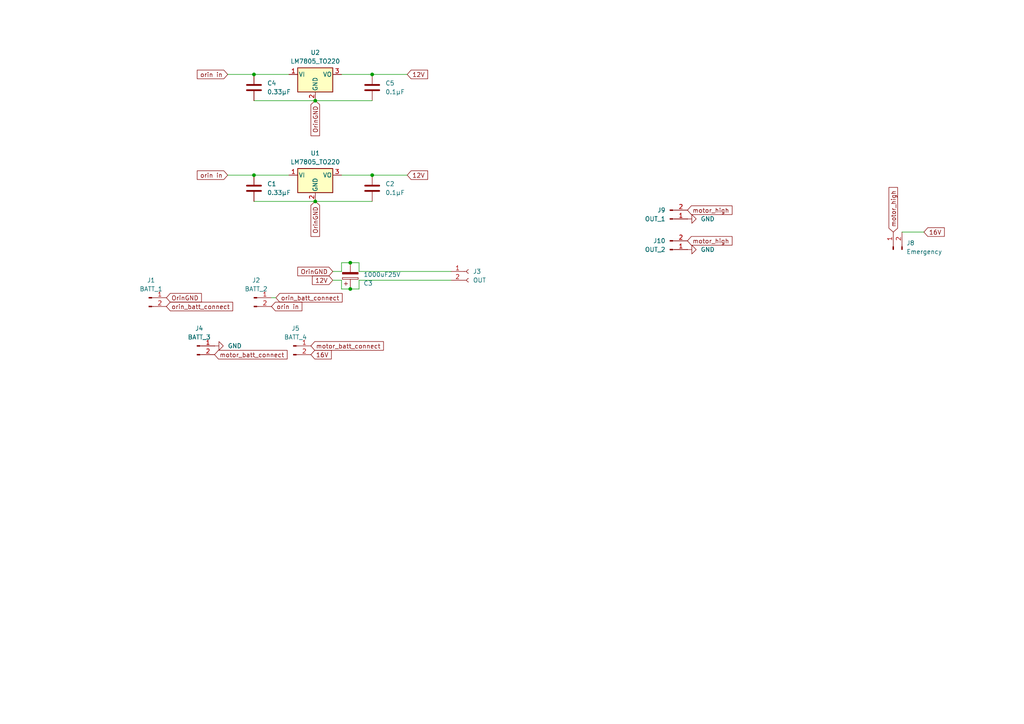
<source format=kicad_sch>
(kicad_sch (version 20231120) (generator "eeschema") (generator_version "8.0")
  (paper "A4")
  (lib_symbols
    (symbol "Connector:Conn_01x02_Pin" (pin_names (offset 1.016) hide)
      (property "Reference" "J" (at 0 2.54 0))
      (property "Value" "Conn_01x02_Pin" (at 0 -5.08 0))
      (symbol "Conn_01x02_Pin_1_1"
        (polyline (pts (xy 1.27 -2.54) (xy 0.8636 -2.54)) (stroke (width 0.1524)))
        (polyline (pts (xy 1.27 0) (xy 0.8636 0)) (stroke (width 0.1524)))
        (rectangle (start 0.8636 -2.413) (end 0 -2.667) (stroke (width 0.1524)) (fill (type outline)))
        (rectangle (start 0.8636 0.127) (end 0 -0.127) (stroke (width 0.1524)) (fill (type outline)))
        (pin passive line (at 5.08 0 180) (length 3.81) (name "Pin_1") (number "1"))
        (pin passive line (at 5.08 -2.54 180) (length 3.81) (name "Pin_2") (number "2"))
      )
    )
    (symbol "Connector:Conn_01x02_Socket" (pin_names (offset 1.016) hide)
      (property "Reference" "J" (at 0 2.54 0))
      (property "Value" "Conn_01x02_Socket" (at 0 -5.08 0))
      (symbol "Conn_01x02_Socket_1_1"
        (arc (start 0 -2.032) (mid -0.5058 -2.54) (end 0 -3.048) (stroke (width 0.1524)))
        (polyline (pts (xy -1.27 -2.54) (xy -0.508 -2.54)) (stroke (width 0.1524)))
        (polyline (pts (xy -1.27 0) (xy -0.508 0)) (stroke (width 0.1524)))
        (arc (start 0 0.508) (mid -0.5058 0) (end 0 -0.508) (stroke (width 0.1524)))
        (pin passive line (at -5.08 0 0) (length 3.81) (name "Pin_1") (number "1"))
        (pin passive line (at -5.08 -2.54 0) (length 3.81) (name "Pin_2") (number "2"))
      )
    )
    (symbol "Device:C" (pin_numbers hide) (pin_names (offset 0.254))
      (property "Reference" "C" (at 0.635 2.54 0))
      (property "Value" "C" (at 0.635 -2.54 0))
      (symbol "C_0_1"
        (polyline (pts (xy -2.032 -0.762) (xy 2.032 -0.762)) (stroke (width 0.508)))
        (polyline (pts (xy -2.032 0.762) (xy 2.032 0.762)) (stroke (width 0.508)))
      )
      (symbol "C_1_1"
        (pin passive line (at 0 3.81 270) (length 2.794) (name "~") (number "1"))
        (pin passive line (at 0 -3.81 90) (length 2.794) (name "~") (number "2"))
      )
    )
    (symbol "Device:C_Polarized" (pin_numbers hide) (pin_names (offset 0.254))
      (property "Reference" "C" (at 0.635 2.54 0))
      (property "Value" "C_Polarized" (at 0.635 -2.54 0))
      (symbol "C_Polarized_0_1"
        (rectangle (start -2.286 0.508) (end 2.286 1.016))
        (polyline (pts (xy -1.778 2.286) (xy -0.762 2.286)))
        (polyline (pts (xy -1.27 2.794) (xy -1.27 1.778)))
        (rectangle (start 2.286 -0.508) (end -2.286 -1.016) (fill (type outline)))
      )
      (symbol "C_Polarized_1_1"
        (pin passive line (at 0 3.81 270) (length 2.794) (name "~") (number "1"))
        (pin passive line (at 0 -3.81 90) (length 2.794) (name "~") (number "2"))
      )
    )
    (symbol "Regulator_Linear:LM7805_TO220" (pin_names (offset 0.254))
      (property "Reference" "U" (at -3.81 3.175 0))
      (property "Value" "LM7805_TO220" (at 0 3.175 0))
      (symbol "LM7805_TO220_0_1"
        (rectangle (start -5.08 1.905) (end 5.08 -5.08) (stroke (width 0.254)) (fill (type background)))
      )
      (symbol "LM7805_TO220_1_1"
        (pin power_in line (at -7.62 0 0) (length 2.54) (name "VI") (number "1"))
        (pin power_in line (at 0 -7.62 90) (length 2.54) (name "GND") (number "2"))
        (pin power_out line (at 7.62 0 180) (length 2.54) (name "VO") (number "3"))
      )
    )
    (symbol "power:GND" (power) (pin_numbers hide) (pin_names (offset 0) hide)
      (property "Value" "GND" (at 0 -3.81 0))
      (symbol "GND_0_1"
        (polyline (pts (xy 0 0) (xy 0 -1.27) (xy 1.27 -1.27) (xy 0 -2.54) (xy -1.27 -1.27) (xy 0 -1.27)))
      )
      (symbol "GND_1_1"
        (pin power_in line (at 0 0 270) (length 0) (name "~") (number "1"))
      )
    )
  )
  (junction (at 107.95 21.59))
  (junction (at 101.6 83.82))
  (junction (at 73.66 50.8))
  (junction (at 101.6 76.2))
  (junction (at 91.44 29.21))
  (junction (at 73.66 21.59))
  (junction (at 91.44 58.42))
  (junction (at 107.95 50.8))
  (wire (pts (xy 96.52 81.28) (xy 99.06 81.28)))
  (wire (pts (xy 78.74 86.36) (xy 80.01 86.36)))
  (wire (pts (xy 91.44 58.42) (xy 107.95 58.42)))
  (wire (pts (xy 107.95 21.59) (xy 118.11 21.59)))
  (wire (pts (xy 104.14 78.74) (xy 104.14 76.2)))
  (wire (pts (xy 99.06 81.28) (xy 99.06 83.82)))
  (wire (pts (xy 130.81 78.74) (xy 104.14 78.74)))
  (wire (pts (xy 99.06 78.74) (xy 99.06 76.2)))
  (wire (pts (xy 91.44 29.21) (xy 107.95 29.21)))
  (wire (pts (xy 130.81 81.28) (xy 104.14 81.28)))
  (wire (pts (xy 96.52 78.74) (xy 99.06 78.74)))
  (wire (pts (xy 99.06 76.2) (xy 101.6 76.2)))
  (wire (pts (xy 99.06 50.8) (xy 107.95 50.8)))
  (wire (pts (xy 104.14 81.28) (xy 104.14 83.82)))
  (wire (pts (xy 107.95 50.8) (xy 118.11 50.8)))
  (wire (pts (xy 261.62 67.31) (xy 267.97 67.31)))
  (wire (pts (xy 73.66 29.21) (xy 91.44 29.21)))
  (wire (pts (xy 73.66 21.59) (xy 83.82 21.59)))
  (wire (pts (xy 99.06 21.59) (xy 107.95 21.59)))
  (wire (pts (xy 99.06 83.82) (xy 101.6 83.82)))
  (wire (pts (xy 101.6 76.2) (xy 104.14 76.2)))
  (wire (pts (xy 66.04 50.8) (xy 73.66 50.8)))
  (wire (pts (xy 73.66 58.42) (xy 91.44 58.42)))
  (wire (pts (xy 101.6 83.82) (xy 104.14 83.82)))
  (wire (pts (xy 66.04 21.59) (xy 73.66 21.59)))
  (wire (pts (xy 73.66 50.8) (xy 83.82 50.8)))
  (global_label "OrinGND" (shape input) (at 91.44 29.21 270) (property "Intersheetrefs" "${INTERSHEET_REFS}" (effects (hide yes))))
  (global_label "16V" (shape input) (at 90.17 102.87 0) (property "Intersheetrefs" "${INTERSHEET_REFS}" (effects (hide yes))))
  (global_label "orin in" (shape input) (at 66.04 50.8 180) (property "Intersheetrefs" "${INTERSHEET_REFS}" (effects (hide yes))))
  (global_label "motor_batt_connect" (shape input) (at 62.23 102.87 0) (property "Intersheetrefs" "${INTERSHEET_REFS}" (effects (hide yes))))
  (global_label "orin in" (shape input) (at 78.74 88.9 0) (property "Intersheetrefs" "${INTERSHEET_REFS}" (effects (hide yes))))
  (global_label "orin_batt_connect" (shape input) (at 80.01 86.36 0) (property "Intersheetrefs" "${INTERSHEET_REFS}" (effects (hide yes))))
  (global_label "OrinGND" (shape input) (at 91.44 58.42 270) (property "Intersheetrefs" "${INTERSHEET_REFS}" (effects (hide yes))))
  (global_label "12V" (shape input) (at 96.52 81.28 180) (property "Intersheetrefs" "${INTERSHEET_REFS}" (effects (hide yes))))
  (global_label "12V" (shape input) (at 118.11 21.59 0) (property "Intersheetrefs" "${INTERSHEET_REFS}" (effects (hide yes))))
  (global_label "16V" (shape input) (at 267.97 67.31 0) (property "Intersheetrefs" "${INTERSHEET_REFS}" (effects (hide yes))))
  (global_label "OrinGND" (shape input) (at 96.52 78.74 180) (property "Intersheetrefs" "${INTERSHEET_REFS}" (effects (hide yes))))
  (global_label "12V" (shape input) (at 118.11 50.8 0) (property "Intersheetrefs" "${INTERSHEET_REFS}" (effects (hide yes))))
  (global_label "orin in" (shape input) (at 66.04 21.59 180) (property "Intersheetrefs" "${INTERSHEET_REFS}" (effects (hide yes))))
  (global_label "motor_batt_connect" (shape input) (at 90.17 100.33 0) (property "Intersheetrefs" "${INTERSHEET_REFS}" (effects (hide yes))))
  (global_label "OrinGND" (shape input) (at 48.26 86.36 0) (property "Intersheetrefs" "${INTERSHEET_REFS}" (effects (hide yes))))
  (global_label "orin_batt_connect" (shape input) (at 48.26 88.9 0) (property "Intersheetrefs" "${INTERSHEET_REFS}" (effects (hide yes))))
  (global_label "motor_high" (shape input) (at 259.08 67.31 90) (property "Intersheetrefs" "${INTERSHEET_REFS}" (effects (hide yes))))
  (global_label "motor_high" (shape input) (at 199.39 60.96 0) (property "Intersheetrefs" "${INTERSHEET_REFS}" (effects (hide yes))))
  (global_label "motor_high" (shape input) (at 199.39 69.85 0) (property "Intersheetrefs" "${INTERSHEET_REFS}" (effects (hide yes))))
  (symbol (lib_id "Device:C") (at 107.95 25.4 0) (unit 1)
    (property "Reference" "C5" (at 111.76 24.1299 0) (effects (justify left)))
    (property "Value" "0.1μF" (at 111.76 26.6699 0) (effects (justify left)))
    (property "Footprint" "Capacitor_THT:C_Disc_D3.0mm_W2.0mm_P2.50mm" (effects (hide yes)))
    (property "Description" "Unpolarized capacitor" (effects (hide yes)))
  )
  (symbol (lib_id "Connector:Conn_01x02_Pin") (at 194.31 72.39 0) (mirror x) (unit 1)
    (property "Reference" "J10" (at 193.04 69.8499 0) (effects (justify right)))
    (property "Value" "OUT_2" (at 193.04 72.39 0) (effects (justify right)))
    (property "Footprint" "Connector_AMASS:AMASS_XT30PW-M_1x02_P2.50mm_Horizontal" (effects (hide yes)))
    (property "Description" "Generic connector, single row, 01x02, script generated" (effects (hide yes)))
  )
  (symbol (lib_id "Connector:Conn_01x02_Pin") (at 57.15 100.33 0) (unit 1)
    (property "Reference" "J4" (at 57.785 95.25 0))
    (property "Value" "BATT_3" (at 57.785 97.79 0))
    (property "Footprint" "Connector_AMASS:AMASS_XT60PW-M_1x02_P7.20mm_Horizontal" (effects (hide yes)))
    (property "Description" "Generic connector, single row, 01x02, script generated" (effects (hide yes)))
  )
  (symbol (lib_id "Device:C") (at 73.66 54.61 0) (unit 1)
    (property "Reference" "C1" (at 77.47 53.3399 0) (effects (justify left)))
    (property "Value" "0.33μF" (at 77.47 55.8799 0) (effects (justify left)))
    (property "Footprint" "Capacitor_THT:C_Disc_D3.0mm_W2.0mm_P2.50mm" (effects (hide yes)))
    (property "Description" "Unpolarized capacitor" (effects (hide yes)))
  )
  (symbol (lib_id "Connector:Conn_01x02_Pin") (at 194.31 63.5 0) (mirror x) (unit 1)
    (property "Reference" "J9" (at 193.04 60.9599 0) (effects (justify right)))
    (property "Value" "OUT_1" (at 193.04 63.5 0) (effects (justify right)))
    (property "Footprint" "Connector_AMASS:AMASS_XT30PW-M_1x02_P2.50mm_Horizontal" (effects (hide yes)))
    (property "Description" "Generic connector, single row, 01x02, script generated" (effects (hide yes)))
  )
  (symbol (lib_id "Device:C") (at 73.66 25.4 0) (unit 1)
    (property "Reference" "C4" (at 77.47 24.1299 0) (effects (justify left)))
    (property "Value" "0.33μF" (at 77.47 26.6699 0) (effects (justify left)))
    (property "Footprint" "Capacitor_THT:C_Disc_D3.0mm_W2.0mm_P2.50mm" (effects (hide yes)))
    (property "Description" "Unpolarized capacitor" (effects (hide yes)))
  )
  (symbol (lib_id "Regulator_Linear:LM7805_TO220") (at 91.44 50.8 0) (unit 1)
    (property "Reference" "U1" (at 91.44 44.45 0))
    (property "Value" "LM7805_TO220" (at 91.44 46.99 0))
    (property "Footprint" "Package_TO_SOT_THT:TO-220-3_Vertical" (effects (hide yes)))
    (property "Datasheet" "https://www.onsemi.cn/PowerSolutions/document/MC7800-D.PDF" (effects (hide yes)))
    (property "Description" "Positive 1A 35V Linear Regulator, Fixed Output 5V, TO-220" (effects (hide yes)))
  )
  (symbol (lib_id "power:GND") (at 62.23 100.33 90) (unit 1)
    (property "Reference" "#PWR04" (effects (hide yes)))
    (property "Value" "GND" (at 66.04 100.3299 90) (effects (justify right)))
    (property "Description" "Power symbol creates a global label with name \"GND\" , ground" (effects (hide yes)))
  )
  (symbol (lib_id "Device:C_Polarized") (at 101.6 80.01 0) (mirror x) (unit 1)
    (property "Reference" "C3" (at 105.41 82.1691 0) (effects (justify left)))
    (property "Value" "1000uF25V" (at 105.41 79.6291 0) (effects (justify left)))
    (property "Footprint" "Capacitor_THT:CP_Radial_D10.0mm_P5.00mm" (effects (hide yes)))
    (property "Description" "Polarized capacitor" (effects (hide yes)))
  )
  (symbol (lib_id "Connector:Conn_01x02_Pin") (at 85.09 100.33 0) (unit 1)
    (property "Reference" "J5" (at 85.725 95.25 0))
    (property "Value" "BATT_4" (at 85.725 97.79 0))
    (property "Footprint" "Connector_AMASS:AMASS_XT60PW-M_1x02_P7.20mm_Horizontal" (effects (hide yes)))
    (property "Description" "Generic connector, single row, 01x02, script generated" (effects (hide yes)))
  )
  (symbol (lib_id "Device:C") (at 107.95 54.61 0) (unit 1)
    (property "Reference" "C2" (at 111.76 53.3399 0) (effects (justify left)))
    (property "Value" "0.1μF" (at 111.76 55.8799 0) (effects (justify left)))
    (property "Footprint" "Capacitor_THT:C_Disc_D3.0mm_W2.0mm_P2.50mm" (effects (hide yes)))
    (property "Description" "Unpolarized capacitor" (effects (hide yes)))
  )
  (symbol (lib_id "Connector:Conn_01x02_Pin") (at 43.18 86.36 0) (unit 1)
    (property "Reference" "J1" (at 43.815 81.28 0))
    (property "Value" "BATT_1" (at 43.815 83.82 0))
    (property "Footprint" "Connector_AMASS:AMASS_XT60PW-M_1x02_P7.20mm_Horizontal" (effects (hide yes)))
    (property "Description" "Generic connector, single row, 01x02, script generated" (effects (hide yes)))
  )
  (symbol (lib_id "Connector:Conn_01x02_Pin") (at 259.08 72.39 90) (unit 1)
    (property "Reference" "J8" (at 262.89 70.4849 90) (effects (justify right)))
    (property "Value" "Emergency" (at 262.89 73.0249 90) (effects (justify right)))
    (property "Footprint" "Connector_AMASS:AMASS_XT60PW-F_1x02_P7.20mm_Horizontal" (effects (hide yes)))
    (property "Description" "Generic connector, single row, 01x02, script generated" (effects (hide yes)))
  )
  (symbol (lib_id "Regulator_Linear:LM7805_TO220") (at 91.44 21.59 0) (unit 1)
    (property "Reference" "U2" (at 91.44 15.24 0))
    (property "Value" "LM7805_TO220" (at 91.44 17.78 0))
    (property "Footprint" "Package_TO_SOT_THT:TO-220-3_Vertical" (effects (hide yes)))
    (property "Datasheet" "https://www.onsemi.cn/PowerSolutions/document/MC7800-D.PDF" (effects (hide yes)))
    (property "Description" "Positive 1A 35V Linear Regulator, Fixed Output 5V, TO-220" (effects (hide yes)))
  )
  (symbol (lib_id "Connector:Conn_01x02_Pin") (at 73.66 86.36 0) (unit 1)
    (property "Reference" "J2" (at 74.295 81.28 0))
    (property "Value" "BATT_2" (at 74.295 83.82 0))
    (property "Footprint" "Connector_AMASS:AMASS_XT60PW-M_1x02_P7.20mm_Horizontal" (effects (hide yes)))
    (property "Description" "Generic connector, single row, 01x02, script generated" (effects (hide yes)))
  )
  (symbol (lib_id "power:GND") (at 199.39 72.39 90) (unit 1)
    (property "Reference" "#PWR02" (effects (hide yes)))
    (property "Value" "GND" (at 203.2 72.3899 90) (effects (justify right)))
    (property "Description" "Power symbol creates a global label with name \"GND\" , ground" (effects (hide yes)))
  )
  (symbol (lib_id "Connector:Conn_01x02_Socket") (at 135.89 78.74 0) (unit 1)
    (property "Reference" "J3" (at 137.16 78.7399 0) (effects (justify left)))
    (property "Value" "OUT" (at 137.16 81.2799 0) (effects (justify left)))
    (property "Footprint" "Connector_AMASS:AMASS_XT30PW-F_1x02_P2.50mm_Horizontal" (effects (hide yes)))
    (property "Description" "Generic connector, single row, 01x02, script generated" (effects (hide yes)))
  )
  (symbol (lib_id "power:GND") (at 199.39 63.5 90) (unit 1)
    (property "Reference" "#PWR01" (effects (hide yes)))
    (property "Value" "GND" (at 203.2 63.4999 90) (effects (justify right)))
    (property "Description" "Power symbol creates a global label with name \"GND\" , ground" (effects (hide yes)))
  )
)
</source>
